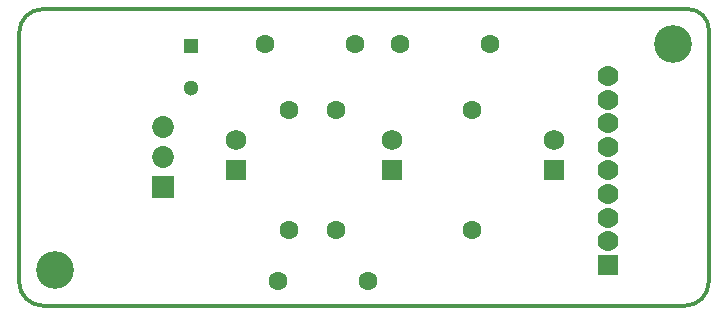
<source format=gbs>
G04*
G04 #@! TF.GenerationSoftware,Altium Limited,Altium Designer,20.0.10 (225)*
G04*
G04 Layer_Color=16711935*
%FSLAX25Y25*%
%MOIN*%
G70*
G01*
G75*
%ADD14C,0.01181*%
%ADD17C,0.06312*%
%ADD18R,0.05118X0.05118*%
%ADD19C,0.05118*%
%ADD20C,0.07296*%
%ADD21R,0.07296X0.07296*%
%ADD22R,0.06902X0.06902*%
%ADD23C,0.06902*%
%ADD24C,0.06981*%
%ADD25R,0.06981X0.06981*%
%ADD26C,0.12611*%
D14*
X486500Y401126D02*
G03*
X494374Y409000I0J7874D01*
G01*
X494424Y493057D02*
G03*
X487481Y500000I-6943J0D01*
G01*
X272400Y499974D02*
G03*
X264526Y492100I0J-7874D01*
G01*
X264500Y409000D02*
G03*
X272374Y401126I7874J0D01*
G01*
X486500Y401100D01*
Y401126D01*
X494374Y409000D02*
X494400Y408900D01*
Y492100D01*
X494402Y493045D01*
X494424Y493057D01*
X272500Y500000D02*
X487481D01*
X272400Y499974D02*
X272500Y500000D01*
X264500Y492200D02*
X264526Y492100D01*
X264500Y409000D02*
Y492200D01*
D17*
X346500Y488300D02*
D03*
X376500D02*
D03*
X415500Y466400D02*
D03*
Y426400D02*
D03*
X391300Y488300D02*
D03*
X421300D02*
D03*
X350800Y409400D02*
D03*
X380800D02*
D03*
X354600Y466400D02*
D03*
Y426400D02*
D03*
X370200Y466400D02*
D03*
Y426400D02*
D03*
D18*
X321900Y487600D02*
D03*
D19*
Y473820D02*
D03*
D20*
X312300Y460547D02*
D03*
Y450547D02*
D03*
D21*
Y440547D02*
D03*
D22*
X336920Y446181D02*
D03*
X388888D02*
D03*
X442746D02*
D03*
D23*
X336920Y456181D02*
D03*
X388888D02*
D03*
X442746D02*
D03*
D24*
X460937Y477696D02*
D03*
Y469822D02*
D03*
Y461948D02*
D03*
Y454074D02*
D03*
Y446200D02*
D03*
Y438326D02*
D03*
Y430452D02*
D03*
Y422578D02*
D03*
D25*
Y414704D02*
D03*
D26*
X482590Y488189D02*
D03*
X276538Y412910D02*
D03*
M02*

</source>
